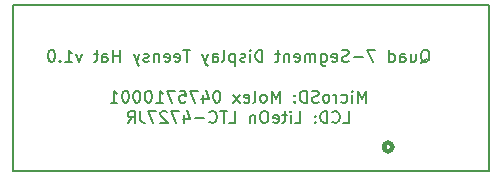
<source format=gbo>
G04 #@! TF.FileFunction,Legend,Bot*
%FSLAX46Y46*%
G04 Gerber Fmt 4.6, Leading zero omitted, Abs format (unit mm)*
G04 Created by KiCad (PCBNEW 4.0.3+e1-6302~38~ubuntu14.04.1-stable) date Mon Aug 29 18:07:44 2016*
%MOMM*%
%LPD*%
G01*
G04 APERTURE LIST*
%ADD10C,0.100000*%
%ADD11C,0.203200*%
%ADD12C,0.200000*%
%ADD13C,0.400000*%
G04 APERTURE END LIST*
D10*
D11*
X150791331Y-81277581D02*
X150888093Y-81229200D01*
X150984855Y-81132438D01*
X151129998Y-80987295D01*
X151226759Y-80938914D01*
X151323521Y-80938914D01*
X151275140Y-81180819D02*
X151371902Y-81132438D01*
X151468664Y-81035676D01*
X151517045Y-80842152D01*
X151517045Y-80503486D01*
X151468664Y-80309962D01*
X151371902Y-80213200D01*
X151275140Y-80164819D01*
X151081617Y-80164819D01*
X150984855Y-80213200D01*
X150888093Y-80309962D01*
X150839712Y-80503486D01*
X150839712Y-80842152D01*
X150888093Y-81035676D01*
X150984855Y-81132438D01*
X151081617Y-81180819D01*
X151275140Y-81180819D01*
X149968855Y-80503486D02*
X149968855Y-81180819D01*
X150404283Y-80503486D02*
X150404283Y-81035676D01*
X150355902Y-81132438D01*
X150259140Y-81180819D01*
X150113998Y-81180819D01*
X150017236Y-81132438D01*
X149968855Y-81084057D01*
X149049617Y-81180819D02*
X149049617Y-80648629D01*
X149097998Y-80551867D01*
X149194760Y-80503486D01*
X149388283Y-80503486D01*
X149485045Y-80551867D01*
X149049617Y-81132438D02*
X149146379Y-81180819D01*
X149388283Y-81180819D01*
X149485045Y-81132438D01*
X149533426Y-81035676D01*
X149533426Y-80938914D01*
X149485045Y-80842152D01*
X149388283Y-80793771D01*
X149146379Y-80793771D01*
X149049617Y-80745390D01*
X148130379Y-81180819D02*
X148130379Y-80164819D01*
X148130379Y-81132438D02*
X148227141Y-81180819D01*
X148420664Y-81180819D01*
X148517426Y-81132438D01*
X148565807Y-81084057D01*
X148614188Y-80987295D01*
X148614188Y-80697010D01*
X148565807Y-80600248D01*
X148517426Y-80551867D01*
X148420664Y-80503486D01*
X148227141Y-80503486D01*
X148130379Y-80551867D01*
X146969236Y-80164819D02*
X146291903Y-80164819D01*
X146727331Y-81180819D01*
X145904855Y-80793771D02*
X145130760Y-80793771D01*
X144695331Y-81132438D02*
X144550188Y-81180819D01*
X144308284Y-81180819D01*
X144211522Y-81132438D01*
X144163141Y-81084057D01*
X144114760Y-80987295D01*
X144114760Y-80890533D01*
X144163141Y-80793771D01*
X144211522Y-80745390D01*
X144308284Y-80697010D01*
X144501807Y-80648629D01*
X144598569Y-80600248D01*
X144646950Y-80551867D01*
X144695331Y-80455105D01*
X144695331Y-80358343D01*
X144646950Y-80261581D01*
X144598569Y-80213200D01*
X144501807Y-80164819D01*
X144259903Y-80164819D01*
X144114760Y-80213200D01*
X143292284Y-81132438D02*
X143389046Y-81180819D01*
X143582569Y-81180819D01*
X143679331Y-81132438D01*
X143727712Y-81035676D01*
X143727712Y-80648629D01*
X143679331Y-80551867D01*
X143582569Y-80503486D01*
X143389046Y-80503486D01*
X143292284Y-80551867D01*
X143243903Y-80648629D01*
X143243903Y-80745390D01*
X143727712Y-80842152D01*
X142373046Y-80503486D02*
X142373046Y-81325962D01*
X142421427Y-81422724D01*
X142469808Y-81471105D01*
X142566569Y-81519486D01*
X142711712Y-81519486D01*
X142808474Y-81471105D01*
X142373046Y-81132438D02*
X142469808Y-81180819D01*
X142663331Y-81180819D01*
X142760093Y-81132438D01*
X142808474Y-81084057D01*
X142856855Y-80987295D01*
X142856855Y-80697010D01*
X142808474Y-80600248D01*
X142760093Y-80551867D01*
X142663331Y-80503486D01*
X142469808Y-80503486D01*
X142373046Y-80551867D01*
X141889236Y-81180819D02*
X141889236Y-80503486D01*
X141889236Y-80600248D02*
X141840855Y-80551867D01*
X141744093Y-80503486D01*
X141598951Y-80503486D01*
X141502189Y-80551867D01*
X141453808Y-80648629D01*
X141453808Y-81180819D01*
X141453808Y-80648629D02*
X141405427Y-80551867D01*
X141308665Y-80503486D01*
X141163522Y-80503486D01*
X141066760Y-80551867D01*
X141018379Y-80648629D01*
X141018379Y-81180819D01*
X140147522Y-81132438D02*
X140244284Y-81180819D01*
X140437807Y-81180819D01*
X140534569Y-81132438D01*
X140582950Y-81035676D01*
X140582950Y-80648629D01*
X140534569Y-80551867D01*
X140437807Y-80503486D01*
X140244284Y-80503486D01*
X140147522Y-80551867D01*
X140099141Y-80648629D01*
X140099141Y-80745390D01*
X140582950Y-80842152D01*
X139663712Y-80503486D02*
X139663712Y-81180819D01*
X139663712Y-80600248D02*
X139615331Y-80551867D01*
X139518569Y-80503486D01*
X139373427Y-80503486D01*
X139276665Y-80551867D01*
X139228284Y-80648629D01*
X139228284Y-81180819D01*
X138889617Y-80503486D02*
X138502569Y-80503486D01*
X138744474Y-80164819D02*
X138744474Y-81035676D01*
X138696093Y-81132438D01*
X138599331Y-81180819D01*
X138502569Y-81180819D01*
X137389808Y-81180819D02*
X137389808Y-80164819D01*
X137147903Y-80164819D01*
X137002761Y-80213200D01*
X136905999Y-80309962D01*
X136857618Y-80406724D01*
X136809237Y-80600248D01*
X136809237Y-80745390D01*
X136857618Y-80938914D01*
X136905999Y-81035676D01*
X137002761Y-81132438D01*
X137147903Y-81180819D01*
X137389808Y-81180819D01*
X136373808Y-81180819D02*
X136373808Y-80503486D01*
X136373808Y-80164819D02*
X136422189Y-80213200D01*
X136373808Y-80261581D01*
X136325427Y-80213200D01*
X136373808Y-80164819D01*
X136373808Y-80261581D01*
X135938379Y-81132438D02*
X135841617Y-81180819D01*
X135648093Y-81180819D01*
X135551332Y-81132438D01*
X135502951Y-81035676D01*
X135502951Y-80987295D01*
X135551332Y-80890533D01*
X135648093Y-80842152D01*
X135793236Y-80842152D01*
X135889998Y-80793771D01*
X135938379Y-80697010D01*
X135938379Y-80648629D01*
X135889998Y-80551867D01*
X135793236Y-80503486D01*
X135648093Y-80503486D01*
X135551332Y-80551867D01*
X135067522Y-80503486D02*
X135067522Y-81519486D01*
X135067522Y-80551867D02*
X134970760Y-80503486D01*
X134777237Y-80503486D01*
X134680475Y-80551867D01*
X134632094Y-80600248D01*
X134583713Y-80697010D01*
X134583713Y-80987295D01*
X134632094Y-81084057D01*
X134680475Y-81132438D01*
X134777237Y-81180819D01*
X134970760Y-81180819D01*
X135067522Y-81132438D01*
X134003141Y-81180819D02*
X134099903Y-81132438D01*
X134148284Y-81035676D01*
X134148284Y-80164819D01*
X133180666Y-81180819D02*
X133180666Y-80648629D01*
X133229047Y-80551867D01*
X133325809Y-80503486D01*
X133519332Y-80503486D01*
X133616094Y-80551867D01*
X133180666Y-81132438D02*
X133277428Y-81180819D01*
X133519332Y-81180819D01*
X133616094Y-81132438D01*
X133664475Y-81035676D01*
X133664475Y-80938914D01*
X133616094Y-80842152D01*
X133519332Y-80793771D01*
X133277428Y-80793771D01*
X133180666Y-80745390D01*
X132793618Y-80503486D02*
X132551713Y-81180819D01*
X132309809Y-80503486D02*
X132551713Y-81180819D01*
X132648475Y-81422724D01*
X132696856Y-81471105D01*
X132793618Y-81519486D01*
X131293809Y-80164819D02*
X130713238Y-80164819D01*
X131003523Y-81180819D02*
X131003523Y-80164819D01*
X129987524Y-81132438D02*
X130084286Y-81180819D01*
X130277809Y-81180819D01*
X130374571Y-81132438D01*
X130422952Y-81035676D01*
X130422952Y-80648629D01*
X130374571Y-80551867D01*
X130277809Y-80503486D01*
X130084286Y-80503486D01*
X129987524Y-80551867D01*
X129939143Y-80648629D01*
X129939143Y-80745390D01*
X130422952Y-80842152D01*
X129116667Y-81132438D02*
X129213429Y-81180819D01*
X129406952Y-81180819D01*
X129503714Y-81132438D01*
X129552095Y-81035676D01*
X129552095Y-80648629D01*
X129503714Y-80551867D01*
X129406952Y-80503486D01*
X129213429Y-80503486D01*
X129116667Y-80551867D01*
X129068286Y-80648629D01*
X129068286Y-80745390D01*
X129552095Y-80842152D01*
X128632857Y-80503486D02*
X128632857Y-81180819D01*
X128632857Y-80600248D02*
X128584476Y-80551867D01*
X128487714Y-80503486D01*
X128342572Y-80503486D01*
X128245810Y-80551867D01*
X128197429Y-80648629D01*
X128197429Y-81180819D01*
X127762000Y-81132438D02*
X127665238Y-81180819D01*
X127471714Y-81180819D01*
X127374953Y-81132438D01*
X127326572Y-81035676D01*
X127326572Y-80987295D01*
X127374953Y-80890533D01*
X127471714Y-80842152D01*
X127616857Y-80842152D01*
X127713619Y-80793771D01*
X127762000Y-80697010D01*
X127762000Y-80648629D01*
X127713619Y-80551867D01*
X127616857Y-80503486D01*
X127471714Y-80503486D01*
X127374953Y-80551867D01*
X126987905Y-80503486D02*
X126746000Y-81180819D01*
X126504096Y-80503486D02*
X126746000Y-81180819D01*
X126842762Y-81422724D01*
X126891143Y-81471105D01*
X126987905Y-81519486D01*
X125342953Y-81180819D02*
X125342953Y-80164819D01*
X125342953Y-80648629D02*
X124762382Y-80648629D01*
X124762382Y-81180819D02*
X124762382Y-80164819D01*
X123843144Y-81180819D02*
X123843144Y-80648629D01*
X123891525Y-80551867D01*
X123988287Y-80503486D01*
X124181810Y-80503486D01*
X124278572Y-80551867D01*
X123843144Y-81132438D02*
X123939906Y-81180819D01*
X124181810Y-81180819D01*
X124278572Y-81132438D01*
X124326953Y-81035676D01*
X124326953Y-80938914D01*
X124278572Y-80842152D01*
X124181810Y-80793771D01*
X123939906Y-80793771D01*
X123843144Y-80745390D01*
X123504477Y-80503486D02*
X123117429Y-80503486D01*
X123359334Y-80164819D02*
X123359334Y-81035676D01*
X123310953Y-81132438D01*
X123214191Y-81180819D01*
X123117429Y-81180819D01*
X122101430Y-80503486D02*
X121859525Y-81180819D01*
X121617621Y-80503486D01*
X120698383Y-81180819D02*
X121278954Y-81180819D01*
X120988668Y-81180819D02*
X120988668Y-80164819D01*
X121085430Y-80309962D01*
X121182192Y-80406724D01*
X121278954Y-80455105D01*
X120262954Y-81084057D02*
X120214573Y-81132438D01*
X120262954Y-81180819D01*
X120311335Y-81132438D01*
X120262954Y-81084057D01*
X120262954Y-81180819D01*
X119585620Y-80164819D02*
X119488859Y-80164819D01*
X119392097Y-80213200D01*
X119343716Y-80261581D01*
X119295335Y-80358343D01*
X119246954Y-80551867D01*
X119246954Y-80793771D01*
X119295335Y-80987295D01*
X119343716Y-81084057D01*
X119392097Y-81132438D01*
X119488859Y-81180819D01*
X119585620Y-81180819D01*
X119682382Y-81132438D01*
X119730763Y-81084057D01*
X119779144Y-80987295D01*
X119827525Y-80793771D01*
X119827525Y-80551867D01*
X119779144Y-80358343D01*
X119730763Y-80261581D01*
X119682382Y-80213200D01*
X119585620Y-80164819D01*
X146170951Y-84635219D02*
X146170951Y-83619219D01*
X145832285Y-84344933D01*
X145493618Y-83619219D01*
X145493618Y-84635219D01*
X145009808Y-84635219D02*
X145009808Y-83957886D01*
X145009808Y-83619219D02*
X145058189Y-83667600D01*
X145009808Y-83715981D01*
X144961427Y-83667600D01*
X145009808Y-83619219D01*
X145009808Y-83715981D01*
X144090570Y-84586838D02*
X144187332Y-84635219D01*
X144380855Y-84635219D01*
X144477617Y-84586838D01*
X144525998Y-84538457D01*
X144574379Y-84441695D01*
X144574379Y-84151410D01*
X144525998Y-84054648D01*
X144477617Y-84006267D01*
X144380855Y-83957886D01*
X144187332Y-83957886D01*
X144090570Y-84006267D01*
X143655141Y-84635219D02*
X143655141Y-83957886D01*
X143655141Y-84151410D02*
X143606760Y-84054648D01*
X143558379Y-84006267D01*
X143461617Y-83957886D01*
X143364856Y-83957886D01*
X142881046Y-84635219D02*
X142977808Y-84586838D01*
X143026189Y-84538457D01*
X143074570Y-84441695D01*
X143074570Y-84151410D01*
X143026189Y-84054648D01*
X142977808Y-84006267D01*
X142881046Y-83957886D01*
X142735904Y-83957886D01*
X142639142Y-84006267D01*
X142590761Y-84054648D01*
X142542380Y-84151410D01*
X142542380Y-84441695D01*
X142590761Y-84538457D01*
X142639142Y-84586838D01*
X142735904Y-84635219D01*
X142881046Y-84635219D01*
X142155332Y-84586838D02*
X142010189Y-84635219D01*
X141768285Y-84635219D01*
X141671523Y-84586838D01*
X141623142Y-84538457D01*
X141574761Y-84441695D01*
X141574761Y-84344933D01*
X141623142Y-84248171D01*
X141671523Y-84199790D01*
X141768285Y-84151410D01*
X141961808Y-84103029D01*
X142058570Y-84054648D01*
X142106951Y-84006267D01*
X142155332Y-83909505D01*
X142155332Y-83812743D01*
X142106951Y-83715981D01*
X142058570Y-83667600D01*
X141961808Y-83619219D01*
X141719904Y-83619219D01*
X141574761Y-83667600D01*
X141139332Y-84635219D02*
X141139332Y-83619219D01*
X140897427Y-83619219D01*
X140752285Y-83667600D01*
X140655523Y-83764362D01*
X140607142Y-83861124D01*
X140558761Y-84054648D01*
X140558761Y-84199790D01*
X140607142Y-84393314D01*
X140655523Y-84490076D01*
X140752285Y-84586838D01*
X140897427Y-84635219D01*
X141139332Y-84635219D01*
X140123332Y-84538457D02*
X140074951Y-84586838D01*
X140123332Y-84635219D01*
X140171713Y-84586838D01*
X140123332Y-84538457D01*
X140123332Y-84635219D01*
X140123332Y-84006267D02*
X140074951Y-84054648D01*
X140123332Y-84103029D01*
X140171713Y-84054648D01*
X140123332Y-84006267D01*
X140123332Y-84103029D01*
X138865427Y-84635219D02*
X138865427Y-83619219D01*
X138526761Y-84344933D01*
X138188094Y-83619219D01*
X138188094Y-84635219D01*
X137559141Y-84635219D02*
X137655903Y-84586838D01*
X137704284Y-84538457D01*
X137752665Y-84441695D01*
X137752665Y-84151410D01*
X137704284Y-84054648D01*
X137655903Y-84006267D01*
X137559141Y-83957886D01*
X137413999Y-83957886D01*
X137317237Y-84006267D01*
X137268856Y-84054648D01*
X137220475Y-84151410D01*
X137220475Y-84441695D01*
X137268856Y-84538457D01*
X137317237Y-84586838D01*
X137413999Y-84635219D01*
X137559141Y-84635219D01*
X136639903Y-84635219D02*
X136736665Y-84586838D01*
X136785046Y-84490076D01*
X136785046Y-83619219D01*
X135865809Y-84586838D02*
X135962571Y-84635219D01*
X136156094Y-84635219D01*
X136252856Y-84586838D01*
X136301237Y-84490076D01*
X136301237Y-84103029D01*
X136252856Y-84006267D01*
X136156094Y-83957886D01*
X135962571Y-83957886D01*
X135865809Y-84006267D01*
X135817428Y-84103029D01*
X135817428Y-84199790D01*
X136301237Y-84296552D01*
X135478761Y-84635219D02*
X134946571Y-83957886D01*
X135478761Y-83957886D02*
X134946571Y-84635219D01*
X133591904Y-83619219D02*
X133495143Y-83619219D01*
X133398381Y-83667600D01*
X133350000Y-83715981D01*
X133301619Y-83812743D01*
X133253238Y-84006267D01*
X133253238Y-84248171D01*
X133301619Y-84441695D01*
X133350000Y-84538457D01*
X133398381Y-84586838D01*
X133495143Y-84635219D01*
X133591904Y-84635219D01*
X133688666Y-84586838D01*
X133737047Y-84538457D01*
X133785428Y-84441695D01*
X133833809Y-84248171D01*
X133833809Y-84006267D01*
X133785428Y-83812743D01*
X133737047Y-83715981D01*
X133688666Y-83667600D01*
X133591904Y-83619219D01*
X132382381Y-83957886D02*
X132382381Y-84635219D01*
X132624285Y-83570838D02*
X132866190Y-84296552D01*
X132237238Y-84296552D01*
X131946952Y-83619219D02*
X131269619Y-83619219D01*
X131705047Y-84635219D01*
X130398762Y-83619219D02*
X130882571Y-83619219D01*
X130930952Y-84103029D01*
X130882571Y-84054648D01*
X130785809Y-84006267D01*
X130543905Y-84006267D01*
X130447143Y-84054648D01*
X130398762Y-84103029D01*
X130350381Y-84199790D01*
X130350381Y-84441695D01*
X130398762Y-84538457D01*
X130447143Y-84586838D01*
X130543905Y-84635219D01*
X130785809Y-84635219D01*
X130882571Y-84586838D01*
X130930952Y-84538457D01*
X130011714Y-83619219D02*
X129334381Y-83619219D01*
X129769809Y-84635219D01*
X128415143Y-84635219D02*
X128995714Y-84635219D01*
X128705428Y-84635219D02*
X128705428Y-83619219D01*
X128802190Y-83764362D01*
X128898952Y-83861124D01*
X128995714Y-83909505D01*
X127786190Y-83619219D02*
X127689429Y-83619219D01*
X127592667Y-83667600D01*
X127544286Y-83715981D01*
X127495905Y-83812743D01*
X127447524Y-84006267D01*
X127447524Y-84248171D01*
X127495905Y-84441695D01*
X127544286Y-84538457D01*
X127592667Y-84586838D01*
X127689429Y-84635219D01*
X127786190Y-84635219D01*
X127882952Y-84586838D01*
X127931333Y-84538457D01*
X127979714Y-84441695D01*
X128028095Y-84248171D01*
X128028095Y-84006267D01*
X127979714Y-83812743D01*
X127931333Y-83715981D01*
X127882952Y-83667600D01*
X127786190Y-83619219D01*
X126818571Y-83619219D02*
X126721810Y-83619219D01*
X126625048Y-83667600D01*
X126576667Y-83715981D01*
X126528286Y-83812743D01*
X126479905Y-84006267D01*
X126479905Y-84248171D01*
X126528286Y-84441695D01*
X126576667Y-84538457D01*
X126625048Y-84586838D01*
X126721810Y-84635219D01*
X126818571Y-84635219D01*
X126915333Y-84586838D01*
X126963714Y-84538457D01*
X127012095Y-84441695D01*
X127060476Y-84248171D01*
X127060476Y-84006267D01*
X127012095Y-83812743D01*
X126963714Y-83715981D01*
X126915333Y-83667600D01*
X126818571Y-83619219D01*
X125850952Y-83619219D02*
X125754191Y-83619219D01*
X125657429Y-83667600D01*
X125609048Y-83715981D01*
X125560667Y-83812743D01*
X125512286Y-84006267D01*
X125512286Y-84248171D01*
X125560667Y-84441695D01*
X125609048Y-84538457D01*
X125657429Y-84586838D01*
X125754191Y-84635219D01*
X125850952Y-84635219D01*
X125947714Y-84586838D01*
X125996095Y-84538457D01*
X126044476Y-84441695D01*
X126092857Y-84248171D01*
X126092857Y-84006267D01*
X126044476Y-83812743D01*
X125996095Y-83715981D01*
X125947714Y-83667600D01*
X125850952Y-83619219D01*
X124544667Y-84635219D02*
X125125238Y-84635219D01*
X124834952Y-84635219D02*
X124834952Y-83619219D01*
X124931714Y-83764362D01*
X125028476Y-83861124D01*
X125125238Y-83909505D01*
X144235714Y-86362419D02*
X144719523Y-86362419D01*
X144719523Y-85346419D01*
X143316476Y-86265657D02*
X143364857Y-86314038D01*
X143510000Y-86362419D01*
X143606762Y-86362419D01*
X143751904Y-86314038D01*
X143848666Y-86217276D01*
X143897047Y-86120514D01*
X143945428Y-85926990D01*
X143945428Y-85781848D01*
X143897047Y-85588324D01*
X143848666Y-85491562D01*
X143751904Y-85394800D01*
X143606762Y-85346419D01*
X143510000Y-85346419D01*
X143364857Y-85394800D01*
X143316476Y-85443181D01*
X142881047Y-86362419D02*
X142881047Y-85346419D01*
X142639142Y-85346419D01*
X142494000Y-85394800D01*
X142397238Y-85491562D01*
X142348857Y-85588324D01*
X142300476Y-85781848D01*
X142300476Y-85926990D01*
X142348857Y-86120514D01*
X142397238Y-86217276D01*
X142494000Y-86314038D01*
X142639142Y-86362419D01*
X142881047Y-86362419D01*
X141865047Y-86265657D02*
X141816666Y-86314038D01*
X141865047Y-86362419D01*
X141913428Y-86314038D01*
X141865047Y-86265657D01*
X141865047Y-86362419D01*
X141865047Y-85733467D02*
X141816666Y-85781848D01*
X141865047Y-85830229D01*
X141913428Y-85781848D01*
X141865047Y-85733467D01*
X141865047Y-85830229D01*
X140123333Y-86362419D02*
X140607142Y-86362419D01*
X140607142Y-85346419D01*
X139784666Y-86362419D02*
X139784666Y-85685086D01*
X139784666Y-85346419D02*
X139833047Y-85394800D01*
X139784666Y-85443181D01*
X139736285Y-85394800D01*
X139784666Y-85346419D01*
X139784666Y-85443181D01*
X139445999Y-85685086D02*
X139058951Y-85685086D01*
X139300856Y-85346419D02*
X139300856Y-86217276D01*
X139252475Y-86314038D01*
X139155713Y-86362419D01*
X139058951Y-86362419D01*
X138333238Y-86314038D02*
X138430000Y-86362419D01*
X138623523Y-86362419D01*
X138720285Y-86314038D01*
X138768666Y-86217276D01*
X138768666Y-85830229D01*
X138720285Y-85733467D01*
X138623523Y-85685086D01*
X138430000Y-85685086D01*
X138333238Y-85733467D01*
X138284857Y-85830229D01*
X138284857Y-85926990D01*
X138768666Y-86023752D01*
X137655904Y-85346419D02*
X137462381Y-85346419D01*
X137365619Y-85394800D01*
X137268857Y-85491562D01*
X137220476Y-85685086D01*
X137220476Y-86023752D01*
X137268857Y-86217276D01*
X137365619Y-86314038D01*
X137462381Y-86362419D01*
X137655904Y-86362419D01*
X137752666Y-86314038D01*
X137849428Y-86217276D01*
X137897809Y-86023752D01*
X137897809Y-85685086D01*
X137849428Y-85491562D01*
X137752666Y-85394800D01*
X137655904Y-85346419D01*
X136785047Y-85685086D02*
X136785047Y-86362419D01*
X136785047Y-85781848D02*
X136736666Y-85733467D01*
X136639904Y-85685086D01*
X136494762Y-85685086D01*
X136398000Y-85733467D01*
X136349619Y-85830229D01*
X136349619Y-86362419D01*
X134607905Y-86362419D02*
X135091714Y-86362419D01*
X135091714Y-85346419D01*
X134414381Y-85346419D02*
X133833810Y-85346419D01*
X134124095Y-86362419D02*
X134124095Y-85346419D01*
X132914572Y-86265657D02*
X132962953Y-86314038D01*
X133108096Y-86362419D01*
X133204858Y-86362419D01*
X133350000Y-86314038D01*
X133446762Y-86217276D01*
X133495143Y-86120514D01*
X133543524Y-85926990D01*
X133543524Y-85781848D01*
X133495143Y-85588324D01*
X133446762Y-85491562D01*
X133350000Y-85394800D01*
X133204858Y-85346419D01*
X133108096Y-85346419D01*
X132962953Y-85394800D01*
X132914572Y-85443181D01*
X132479143Y-85975371D02*
X131705048Y-85975371D01*
X130785810Y-85685086D02*
X130785810Y-86362419D01*
X131027714Y-85298038D02*
X131269619Y-86023752D01*
X130640667Y-86023752D01*
X130350381Y-85346419D02*
X129673048Y-85346419D01*
X130108476Y-86362419D01*
X129334381Y-85443181D02*
X129286000Y-85394800D01*
X129189238Y-85346419D01*
X128947334Y-85346419D01*
X128850572Y-85394800D01*
X128802191Y-85443181D01*
X128753810Y-85539943D01*
X128753810Y-85636705D01*
X128802191Y-85781848D01*
X129382762Y-86362419D01*
X128753810Y-86362419D01*
X128415143Y-85346419D02*
X127737810Y-85346419D01*
X128173238Y-86362419D01*
X127060477Y-85346419D02*
X127060477Y-86072133D01*
X127108857Y-86217276D01*
X127205619Y-86314038D01*
X127350762Y-86362419D01*
X127447524Y-86362419D01*
X125996096Y-86362419D02*
X126334762Y-85878610D01*
X126576667Y-86362419D02*
X126576667Y-85346419D01*
X126189620Y-85346419D01*
X126092858Y-85394800D01*
X126044477Y-85443181D01*
X125996096Y-85539943D01*
X125996096Y-85685086D01*
X126044477Y-85781848D01*
X126092858Y-85830229D01*
X126189620Y-85878610D01*
X126576667Y-85878610D01*
D12*
X156546000Y-90392000D02*
X156546000Y-76392000D01*
X116296000Y-76392000D02*
X116296000Y-90392000D01*
X156546000Y-90392000D02*
X116296000Y-90392000D01*
D13*
X148405210Y-88392000D02*
G75*
G03X148405210Y-88392000I-359210J0D01*
G01*
D12*
X156546000Y-76392000D02*
X116296000Y-76392000D01*
M02*

</source>
